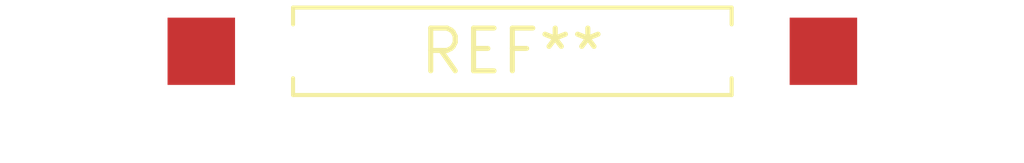
<source format=kicad_pcb>
(kicad_pcb (version 20240108) (generator pcbnew)
  (layers (0 "F.Cu" signal) (31 "B.Cu" signal) (34 "B.Paste" user) (35 "F.Paste" user) (36 "B.SilkS" user "B.Silkscreen") (37 "F.SilkS" user "F.Silkscreen") (38 "B.Mask" user) (39 "F.Mask" user) (44 "Edge.Cuts" user))
  (net 0 "")
  (footprint "SW_SPST_REED_CT10-XXXX-G4" (layer "F.Cu") (at 0 0)
    (property "Reference" "REF**")
    (property "Value" "SW_SPST_REED_CT10-XXXX-G4")
    (fp_line (start -6.5 -1.3) (end -6.5 -0.8) (layer "F.SilkS") (stroke (width 0.12)))
    (fp_line (start -6.5 0.8) (end -6.5 1.3) (layer "F.SilkS") (stroke (width 0.12)))
    (fp_line (start -6.5 1.3) (end 6.5 1.3) (layer "F.SilkS") (stroke (width 0.12)))
    (fp_line (start 6.5 -1.3) (end -6.5 -1.3) (layer "F.SilkS") (stroke (width 0.12)))
    (fp_line (start 6.5 -0.8) (end 6.5 -1.3) (layer "F.SilkS") (stroke (width 0.12)))
    (fp_line (start 6.5 1.3) (end 6.5 0.8) (layer "F.SilkS") (stroke (width 0.12)))
    (pad "1" smd rect (at -9.22 0) (size 2 2) (layers "F.Cu" "F.Paste" "F.Mask"))
    (pad "2" smd rect (at 9.22 0) (size 2 2) (layers "F.Cu" "F.Paste" "F.Mask"))
  )
)
</source>
